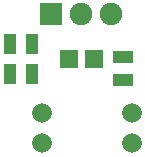
<source format=gbr>
G04 #@! TF.FileFunction,Soldermask,Top*
%FSLAX46Y46*%
G04 Gerber Fmt 4.6, Leading zero omitted, Abs format (unit mm)*
G04 Created by KiCad (PCBNEW 4.0.1-stable) date Tuesday, March 29, 2016 'AMt' 01:18:38 AM*
%MOMM*%
G01*
G04 APERTURE LIST*
%ADD10C,0.100000*%
%ADD11R,1.598880X1.598880*%
%ADD12C,1.670000*%
%ADD13R,1.900000X1.900000*%
%ADD14C,1.900000*%
%ADD15R,1.100000X1.700000*%
%ADD16R,1.700000X1.100000*%
G04 APERTURE END LIST*
D10*
D11*
X148302980Y-107950000D03*
X150401020Y-107950000D03*
D12*
X153670000Y-115062000D03*
X153670000Y-112522000D03*
X146050000Y-112522000D03*
X146050000Y-115062000D03*
D13*
X146812000Y-104140000D03*
D14*
X149352000Y-104140000D03*
X151892000Y-104140000D03*
D15*
X143322000Y-109220000D03*
X145222000Y-109220000D03*
X143322000Y-106680000D03*
X145222000Y-106680000D03*
D16*
X152908000Y-109662000D03*
X152908000Y-107762000D03*
M02*

</source>
